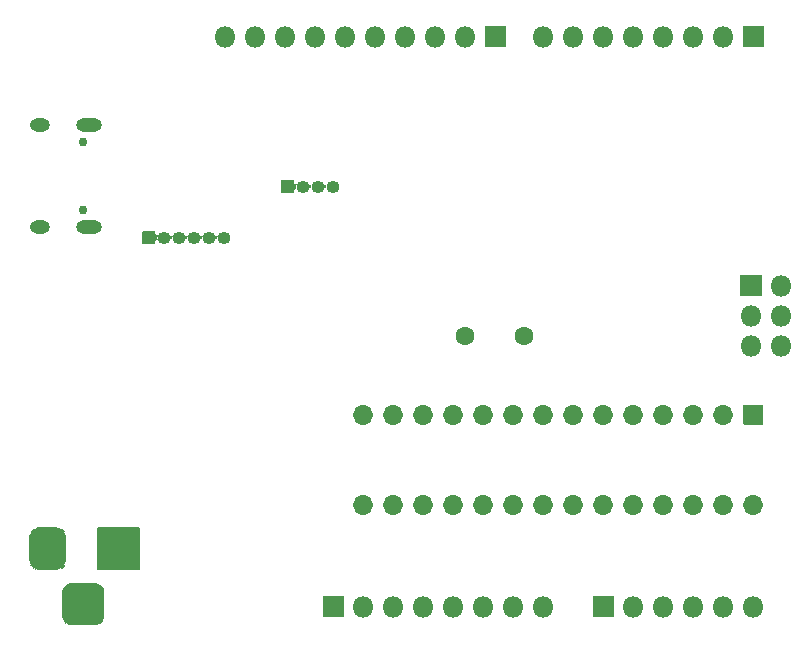
<source format=gbr>
G04 #@! TF.GenerationSoftware,KiCad,Pcbnew,(5.1.9)-1*
G04 #@! TF.CreationDate,2021-03-23T22:38:23+04:00*
G04 #@! TF.ProjectId,stormduino Rev2,73746f72-6d64-4756-996e-6f2052657632,rev?*
G04 #@! TF.SameCoordinates,Original*
G04 #@! TF.FileFunction,Soldermask,Bot*
G04 #@! TF.FilePolarity,Negative*
%FSLAX46Y46*%
G04 Gerber Fmt 4.6, Leading zero omitted, Abs format (unit mm)*
G04 Created by KiCad (PCBNEW (5.1.9)-1) date 2021-03-23 22:38:23*
%MOMM*%
%LPD*%
G01*
G04 APERTURE LIST*
%ADD10O,1.102000X1.102000*%
%ADD11C,1.602000*%
%ADD12O,2.202000X1.102000*%
%ADD13C,0.752000*%
%ADD14O,1.702000X1.102000*%
%ADD15O,1.802000X1.802000*%
%ADD16O,1.702000X1.702000*%
%ADD17C,0.100000*%
G04 APERTURE END LIST*
D10*
X128402080Y-65026540D03*
X127132080Y-65026540D03*
X125862080Y-65026540D03*
X124592080Y-65026540D03*
X123322080Y-65026540D03*
G36*
G01*
X122552080Y-65577540D02*
X121552080Y-65577540D01*
G75*
G02*
X121501080Y-65526540I0J51000D01*
G01*
X121501080Y-64526540D01*
G75*
G02*
X121552080Y-64475540I51000J0D01*
G01*
X122552080Y-64475540D01*
G75*
G02*
X122603080Y-64526540I0J-51000D01*
G01*
X122603080Y-65526540D01*
G75*
G02*
X122552080Y-65577540I-51000J0D01*
G01*
G37*
X137604500Y-60706000D03*
X136334500Y-60706000D03*
X135064500Y-60706000D03*
G36*
G01*
X134294500Y-61257000D02*
X133294500Y-61257000D01*
G75*
G02*
X133243500Y-61206000I0J51000D01*
G01*
X133243500Y-60206000D01*
G75*
G02*
X133294500Y-60155000I51000J0D01*
G01*
X134294500Y-60155000D01*
G75*
G02*
X134345500Y-60206000I0J-51000D01*
G01*
X134345500Y-61206000D01*
G75*
G02*
X134294500Y-61257000I-51000J0D01*
G01*
G37*
D11*
X153797000Y-73342500D03*
X148797000Y-73342500D03*
D12*
X116985500Y-64137000D03*
X116985500Y-55497000D03*
D13*
X116455500Y-56927000D03*
D14*
X112805500Y-55497000D03*
D13*
X116455500Y-62707000D03*
D14*
X112805500Y-64137000D03*
D15*
X175577500Y-74168000D03*
X173037500Y-74168000D03*
X175577500Y-71628000D03*
X173037500Y-71628000D03*
X175577500Y-69088000D03*
G36*
G01*
X172136500Y-69938000D02*
X172136500Y-68238000D01*
G75*
G02*
X172187500Y-68187000I51000J0D01*
G01*
X173887500Y-68187000D01*
G75*
G02*
X173938500Y-68238000I0J-51000D01*
G01*
X173938500Y-69938000D01*
G75*
G02*
X173887500Y-69989000I-51000J0D01*
G01*
X172187500Y-69989000D01*
G75*
G02*
X172136500Y-69938000I0J51000D01*
G01*
G37*
G36*
G01*
X172428000Y-79159000D02*
X174028000Y-79159000D01*
G75*
G02*
X174079000Y-79210000I0J-51000D01*
G01*
X174079000Y-80810000D01*
G75*
G02*
X174028000Y-80861000I-51000J0D01*
G01*
X172428000Y-80861000D01*
G75*
G02*
X172377000Y-80810000I0J51000D01*
G01*
X172377000Y-79210000D01*
G75*
G02*
X172428000Y-79159000I51000J0D01*
G01*
G37*
D16*
X140208000Y-87630000D03*
X170688000Y-80010000D03*
X142748000Y-87630000D03*
X168148000Y-80010000D03*
X145288000Y-87630000D03*
X165608000Y-80010000D03*
X147828000Y-87630000D03*
X163068000Y-80010000D03*
X150368000Y-87630000D03*
X160528000Y-80010000D03*
X152908000Y-87630000D03*
X157988000Y-80010000D03*
X155448000Y-87630000D03*
X155448000Y-80010000D03*
X157988000Y-87630000D03*
X152908000Y-80010000D03*
X160528000Y-87630000D03*
X150368000Y-80010000D03*
X163068000Y-87630000D03*
X147828000Y-80010000D03*
X165608000Y-87630000D03*
X145288000Y-80010000D03*
X168148000Y-87630000D03*
X142748000Y-80010000D03*
X170688000Y-87630000D03*
X140208000Y-80010000D03*
X173228000Y-87630000D03*
G36*
G01*
X114680600Y-96964300D02*
X114680600Y-95163300D01*
G75*
G02*
X115581100Y-94262800I900500J0D01*
G01*
X117382100Y-94262800D01*
G75*
G02*
X118282600Y-95163300I0J-900500D01*
G01*
X118282600Y-96964300D01*
G75*
G02*
X117382100Y-97864800I-900500J0D01*
G01*
X115581100Y-97864800D01*
G75*
G02*
X114680600Y-96964300I0J900500D01*
G01*
G37*
G36*
G01*
X111930600Y-92389300D02*
X111930600Y-90338300D01*
G75*
G02*
X112706100Y-89562800I775500J0D01*
G01*
X114257100Y-89562800D01*
G75*
G02*
X115032600Y-90338300I0J-775500D01*
G01*
X115032600Y-92389300D01*
G75*
G02*
X114257100Y-93164800I-775500J0D01*
G01*
X112706100Y-93164800D01*
G75*
G02*
X111930600Y-92389300I0J775500D01*
G01*
G37*
G36*
G01*
X117680600Y-93113800D02*
X117680600Y-89613800D01*
G75*
G02*
X117731600Y-89562800I51000J0D01*
G01*
X121231600Y-89562800D01*
G75*
G02*
X121282600Y-89613800I0J-51000D01*
G01*
X121282600Y-93113800D01*
G75*
G02*
X121231600Y-93164800I-51000J0D01*
G01*
X117731600Y-93164800D01*
G75*
G02*
X117680600Y-93113800I0J51000D01*
G01*
G37*
G36*
G01*
X138518000Y-97167000D02*
X136818000Y-97167000D01*
G75*
G02*
X136767000Y-97116000I0J51000D01*
G01*
X136767000Y-95416000D01*
G75*
G02*
X136818000Y-95365000I51000J0D01*
G01*
X138518000Y-95365000D01*
G75*
G02*
X138569000Y-95416000I0J-51000D01*
G01*
X138569000Y-97116000D01*
G75*
G02*
X138518000Y-97167000I-51000J0D01*
G01*
G37*
D15*
X140208000Y-96266000D03*
X142748000Y-96266000D03*
X145288000Y-96266000D03*
X147828000Y-96266000D03*
X150368000Y-96266000D03*
X152908000Y-96266000D03*
X155448000Y-96266000D03*
X128524000Y-48006000D03*
X131064000Y-48006000D03*
X133604000Y-48006000D03*
X136144000Y-48006000D03*
X138684000Y-48006000D03*
X141224000Y-48006000D03*
X143764000Y-48006000D03*
X146304000Y-48006000D03*
X148844000Y-48006000D03*
G36*
G01*
X150534000Y-47105000D02*
X152234000Y-47105000D01*
G75*
G02*
X152285000Y-47156000I0J-51000D01*
G01*
X152285000Y-48856000D01*
G75*
G02*
X152234000Y-48907000I-51000J0D01*
G01*
X150534000Y-48907000D01*
G75*
G02*
X150483000Y-48856000I0J51000D01*
G01*
X150483000Y-47156000D01*
G75*
G02*
X150534000Y-47105000I51000J0D01*
G01*
G37*
X155448000Y-48006000D03*
X157988000Y-48006000D03*
X160528000Y-48006000D03*
X163068000Y-48006000D03*
X165608000Y-48006000D03*
X168148000Y-48006000D03*
X170688000Y-48006000D03*
G36*
G01*
X172378000Y-47105000D02*
X174078000Y-47105000D01*
G75*
G02*
X174129000Y-47156000I0J-51000D01*
G01*
X174129000Y-48856000D01*
G75*
G02*
X174078000Y-48907000I-51000J0D01*
G01*
X172378000Y-48907000D01*
G75*
G02*
X172327000Y-48856000I0J51000D01*
G01*
X172327000Y-47156000D01*
G75*
G02*
X172378000Y-47105000I51000J0D01*
G01*
G37*
X173228000Y-96266000D03*
X170688000Y-96266000D03*
X168148000Y-96266000D03*
X165608000Y-96266000D03*
X163068000Y-96266000D03*
G36*
G01*
X161378000Y-97167000D02*
X159678000Y-97167000D01*
G75*
G02*
X159627000Y-97116000I0J51000D01*
G01*
X159627000Y-95416000D01*
G75*
G02*
X159678000Y-95365000I51000J0D01*
G01*
X161378000Y-95365000D01*
G75*
G02*
X161429000Y-95416000I0J-51000D01*
G01*
X161429000Y-97116000D01*
G75*
G02*
X161378000Y-97167000I-51000J0D01*
G01*
G37*
D17*
G36*
X118283765Y-96962674D02*
G01*
X118284600Y-96964300D01*
X118284600Y-97020660D01*
X118284590Y-97020856D01*
X118267895Y-97190362D01*
X118267819Y-97190747D01*
X118220165Y-97347841D01*
X118220015Y-97348203D01*
X118142633Y-97492974D01*
X118142415Y-97493300D01*
X118038274Y-97620197D01*
X118037997Y-97620474D01*
X117911100Y-97724615D01*
X117910774Y-97724833D01*
X117766003Y-97802215D01*
X117765641Y-97802365D01*
X117608547Y-97850019D01*
X117608162Y-97850095D01*
X117438656Y-97866790D01*
X117438460Y-97866800D01*
X117382100Y-97866800D01*
X117380368Y-97865800D01*
X117380368Y-97863800D01*
X117381904Y-97862810D01*
X117557384Y-97845527D01*
X117725937Y-97794397D01*
X117881275Y-97711367D01*
X118017429Y-97599629D01*
X118129167Y-97463475D01*
X118212197Y-97308137D01*
X118263327Y-97139584D01*
X118280610Y-96964104D01*
X118281775Y-96962478D01*
X118283765Y-96962674D01*
G37*
G36*
X114682590Y-96964104D02*
G01*
X114699873Y-97139584D01*
X114751003Y-97308137D01*
X114834033Y-97463475D01*
X114945771Y-97599629D01*
X115081925Y-97711367D01*
X115237263Y-97794397D01*
X115405816Y-97845527D01*
X115581296Y-97862810D01*
X115582922Y-97863975D01*
X115582726Y-97865965D01*
X115581100Y-97866800D01*
X115524740Y-97866800D01*
X115524544Y-97866790D01*
X115355038Y-97850095D01*
X115354653Y-97850019D01*
X115197559Y-97802365D01*
X115197197Y-97802215D01*
X115052426Y-97724833D01*
X115052100Y-97724615D01*
X114925203Y-97620474D01*
X114924926Y-97620197D01*
X114820785Y-97493300D01*
X114820567Y-97492974D01*
X114743185Y-97348203D01*
X114743035Y-97347841D01*
X114695381Y-97190747D01*
X114695305Y-97190362D01*
X114678610Y-97020856D01*
X114678600Y-97020660D01*
X114678600Y-96964300D01*
X114679600Y-96962568D01*
X114681600Y-96962568D01*
X114682590Y-96964104D01*
G37*
G36*
X115582832Y-94261800D02*
G01*
X115582832Y-94263800D01*
X115581296Y-94264790D01*
X115405816Y-94282073D01*
X115237263Y-94333203D01*
X115081925Y-94416233D01*
X114945771Y-94527971D01*
X114834033Y-94664125D01*
X114751003Y-94819463D01*
X114699873Y-94988016D01*
X114682590Y-95163496D01*
X114681425Y-95165122D01*
X114679435Y-95164926D01*
X114678600Y-95163300D01*
X114678600Y-95106940D01*
X114678610Y-95106744D01*
X114695305Y-94937238D01*
X114695381Y-94936853D01*
X114743035Y-94779759D01*
X114743185Y-94779397D01*
X114820567Y-94634626D01*
X114820785Y-94634300D01*
X114924926Y-94507403D01*
X114925203Y-94507126D01*
X115052100Y-94402985D01*
X115052426Y-94402767D01*
X115197197Y-94325385D01*
X115197559Y-94325235D01*
X115354653Y-94277581D01*
X115355038Y-94277505D01*
X115524544Y-94260810D01*
X115524740Y-94260800D01*
X115581100Y-94260800D01*
X115582832Y-94261800D01*
G37*
G36*
X117438656Y-94260810D02*
G01*
X117608162Y-94277505D01*
X117608547Y-94277581D01*
X117765641Y-94325235D01*
X117766003Y-94325385D01*
X117910774Y-94402767D01*
X117911100Y-94402985D01*
X118037997Y-94507126D01*
X118038274Y-94507403D01*
X118142415Y-94634300D01*
X118142633Y-94634626D01*
X118220015Y-94779397D01*
X118220165Y-94779759D01*
X118267819Y-94936853D01*
X118267895Y-94937238D01*
X118284590Y-95106744D01*
X118284600Y-95106940D01*
X118284600Y-95163300D01*
X118283600Y-95165032D01*
X118281600Y-95165032D01*
X118280610Y-95163496D01*
X118263327Y-94988016D01*
X118212197Y-94819463D01*
X118129167Y-94664125D01*
X118017429Y-94527971D01*
X117881275Y-94416233D01*
X117725937Y-94333203D01*
X117557384Y-94282073D01*
X117381904Y-94264790D01*
X117380278Y-94263625D01*
X117380474Y-94261635D01*
X117382100Y-94260800D01*
X117438460Y-94260800D01*
X117438656Y-94260810D01*
G37*
G36*
X111932590Y-92389104D02*
G01*
X111947471Y-92540198D01*
X111991488Y-92685302D01*
X112062966Y-92819029D01*
X112159160Y-92936240D01*
X112276371Y-93032434D01*
X112410098Y-93103912D01*
X112555202Y-93147929D01*
X112706296Y-93162810D01*
X112707922Y-93163975D01*
X112707726Y-93165965D01*
X112706100Y-93166800D01*
X112649740Y-93166800D01*
X112649544Y-93166790D01*
X112504425Y-93152497D01*
X112504040Y-93152421D01*
X112370394Y-93111880D01*
X112370032Y-93111730D01*
X112246873Y-93045900D01*
X112246547Y-93045682D01*
X112138591Y-92957086D01*
X112138314Y-92956809D01*
X112049718Y-92848853D01*
X112049500Y-92848527D01*
X111983670Y-92725368D01*
X111983520Y-92725006D01*
X111942979Y-92591360D01*
X111942903Y-92590975D01*
X111928610Y-92445856D01*
X111928600Y-92445660D01*
X111928600Y-92389300D01*
X111929600Y-92387568D01*
X111931600Y-92387568D01*
X111932590Y-92389104D01*
G37*
G36*
X115033765Y-92387674D02*
G01*
X115034600Y-92389300D01*
X115034600Y-92445660D01*
X115034590Y-92445856D01*
X115020297Y-92590975D01*
X115020221Y-92591360D01*
X114979680Y-92725006D01*
X114979530Y-92725368D01*
X114913700Y-92848527D01*
X114913482Y-92848853D01*
X114824886Y-92956809D01*
X114824609Y-92957086D01*
X114716653Y-93045682D01*
X114716327Y-93045900D01*
X114593168Y-93111730D01*
X114592806Y-93111880D01*
X114459160Y-93152421D01*
X114458775Y-93152497D01*
X114313656Y-93166790D01*
X114313460Y-93166800D01*
X114257100Y-93166800D01*
X114255368Y-93165800D01*
X114255368Y-93163800D01*
X114256904Y-93162810D01*
X114407998Y-93147929D01*
X114553102Y-93103912D01*
X114686829Y-93032434D01*
X114804040Y-92936240D01*
X114900234Y-92819029D01*
X114971712Y-92685302D01*
X115015729Y-92540198D01*
X115030610Y-92389104D01*
X115031775Y-92387478D01*
X115033765Y-92387674D01*
G37*
G36*
X112707832Y-89561800D02*
G01*
X112707832Y-89563800D01*
X112706296Y-89564790D01*
X112555202Y-89579671D01*
X112410098Y-89623688D01*
X112276371Y-89695166D01*
X112159160Y-89791360D01*
X112062966Y-89908571D01*
X111991488Y-90042298D01*
X111947471Y-90187402D01*
X111932590Y-90338496D01*
X111931425Y-90340122D01*
X111929435Y-90339926D01*
X111928600Y-90338300D01*
X111928600Y-90281940D01*
X111928610Y-90281744D01*
X111942903Y-90136625D01*
X111942979Y-90136240D01*
X111983520Y-90002594D01*
X111983670Y-90002232D01*
X112049500Y-89879073D01*
X112049718Y-89878747D01*
X112138314Y-89770791D01*
X112138591Y-89770514D01*
X112246547Y-89681918D01*
X112246873Y-89681700D01*
X112370032Y-89615870D01*
X112370394Y-89615720D01*
X112504040Y-89575179D01*
X112504425Y-89575103D01*
X112649544Y-89560810D01*
X112649740Y-89560800D01*
X112706100Y-89560800D01*
X112707832Y-89561800D01*
G37*
G36*
X114313656Y-89560810D02*
G01*
X114458775Y-89575103D01*
X114459160Y-89575179D01*
X114592806Y-89615720D01*
X114593168Y-89615870D01*
X114716327Y-89681700D01*
X114716653Y-89681918D01*
X114824609Y-89770514D01*
X114824886Y-89770791D01*
X114913482Y-89878747D01*
X114913700Y-89879073D01*
X114979530Y-90002232D01*
X114979680Y-90002594D01*
X115020221Y-90136240D01*
X115020297Y-90136625D01*
X115034590Y-90281744D01*
X115034600Y-90281940D01*
X115034600Y-90338300D01*
X115033600Y-90340032D01*
X115031600Y-90340032D01*
X115030610Y-90338496D01*
X115015729Y-90187402D01*
X114971712Y-90042298D01*
X114900234Y-89908571D01*
X114804040Y-89791360D01*
X114686829Y-89695166D01*
X114553102Y-89623688D01*
X114407998Y-89579671D01*
X114256904Y-89564790D01*
X114255278Y-89563625D01*
X114255474Y-89561635D01*
X114257100Y-89560800D01*
X114313460Y-89560800D01*
X114313656Y-89560810D01*
G37*
G36*
X122605070Y-64704422D02*
G01*
X122607452Y-64728609D01*
X122614452Y-64751684D01*
X122625817Y-64772948D01*
X122641112Y-64791585D01*
X122659749Y-64806880D01*
X122681013Y-64818245D01*
X122704088Y-64825245D01*
X122728079Y-64827608D01*
X122752070Y-64825245D01*
X122775145Y-64818245D01*
X122796409Y-64806880D01*
X122815046Y-64791585D01*
X122830404Y-64772870D01*
X122833296Y-64768542D01*
X122835090Y-64767657D01*
X122836753Y-64768768D01*
X122836807Y-64770418D01*
X122796730Y-64867175D01*
X122775733Y-64972732D01*
X122775733Y-65080348D01*
X122796730Y-65185905D01*
X122836807Y-65282662D01*
X122836546Y-65284645D01*
X122834698Y-65285410D01*
X122833296Y-65284538D01*
X122830404Y-65280210D01*
X122815045Y-65261495D01*
X122796408Y-65246200D01*
X122775145Y-65234835D01*
X122752070Y-65227835D01*
X122728078Y-65225472D01*
X122704087Y-65227835D01*
X122681012Y-65234835D01*
X122659749Y-65246200D01*
X122641112Y-65261496D01*
X122625817Y-65280133D01*
X122614452Y-65301396D01*
X122607452Y-65324471D01*
X122605070Y-65348658D01*
X122603905Y-65350284D01*
X122601915Y-65350088D01*
X122601080Y-65348462D01*
X122601080Y-64704618D01*
X122602080Y-64702886D01*
X122604080Y-64702886D01*
X122605070Y-64704422D01*
G37*
G36*
X124071367Y-64853796D02*
G01*
X124071517Y-64855617D01*
X124066730Y-64867175D01*
X124045733Y-64972732D01*
X124045733Y-65080348D01*
X124066730Y-65185905D01*
X124071517Y-65197463D01*
X124071256Y-65199446D01*
X124069408Y-65200211D01*
X124067905Y-65199171D01*
X124059342Y-65183149D01*
X124044047Y-65164512D01*
X124025410Y-65149217D01*
X124004146Y-65137852D01*
X123981071Y-65130852D01*
X123957080Y-65128489D01*
X123933089Y-65130852D01*
X123910014Y-65137852D01*
X123888750Y-65149217D01*
X123870113Y-65164512D01*
X123854818Y-65183149D01*
X123846255Y-65199171D01*
X123844556Y-65200227D01*
X123842793Y-65199284D01*
X123842643Y-65197463D01*
X123847430Y-65185905D01*
X123868427Y-65080348D01*
X123868427Y-64972732D01*
X123847430Y-64867175D01*
X123842643Y-64855617D01*
X123842904Y-64853634D01*
X123844752Y-64852869D01*
X123846255Y-64853909D01*
X123854818Y-64869931D01*
X123870113Y-64888568D01*
X123888750Y-64903863D01*
X123910014Y-64915228D01*
X123933089Y-64922228D01*
X123957080Y-64924591D01*
X123981071Y-64922228D01*
X124004146Y-64915228D01*
X124025410Y-64903863D01*
X124044047Y-64888568D01*
X124059342Y-64869931D01*
X124067905Y-64853909D01*
X124069604Y-64852853D01*
X124071367Y-64853796D01*
G37*
G36*
X127881367Y-64853796D02*
G01*
X127881517Y-64855617D01*
X127876730Y-64867175D01*
X127855733Y-64972732D01*
X127855733Y-65080348D01*
X127876730Y-65185905D01*
X127881517Y-65197463D01*
X127881256Y-65199446D01*
X127879408Y-65200211D01*
X127877905Y-65199171D01*
X127869342Y-65183149D01*
X127854047Y-65164512D01*
X127835410Y-65149217D01*
X127814146Y-65137852D01*
X127791071Y-65130852D01*
X127767080Y-65128489D01*
X127743089Y-65130852D01*
X127720014Y-65137852D01*
X127698750Y-65149217D01*
X127680113Y-65164512D01*
X127664818Y-65183149D01*
X127656255Y-65199171D01*
X127654556Y-65200227D01*
X127652793Y-65199284D01*
X127652643Y-65197463D01*
X127657430Y-65185905D01*
X127678427Y-65080348D01*
X127678427Y-64972732D01*
X127657430Y-64867175D01*
X127652643Y-64855617D01*
X127652904Y-64853634D01*
X127654752Y-64852869D01*
X127656255Y-64853909D01*
X127664818Y-64869931D01*
X127680113Y-64888568D01*
X127698750Y-64903863D01*
X127720014Y-64915228D01*
X127743089Y-64922228D01*
X127767080Y-64924591D01*
X127791071Y-64922228D01*
X127814146Y-64915228D01*
X127835410Y-64903863D01*
X127854047Y-64888568D01*
X127869342Y-64869931D01*
X127877905Y-64853909D01*
X127879604Y-64852853D01*
X127881367Y-64853796D01*
G37*
G36*
X125341367Y-64853796D02*
G01*
X125341517Y-64855617D01*
X125336730Y-64867175D01*
X125315733Y-64972732D01*
X125315733Y-65080348D01*
X125336730Y-65185905D01*
X125341517Y-65197463D01*
X125341256Y-65199446D01*
X125339408Y-65200211D01*
X125337905Y-65199171D01*
X125329342Y-65183149D01*
X125314047Y-65164512D01*
X125295410Y-65149217D01*
X125274146Y-65137852D01*
X125251071Y-65130852D01*
X125227080Y-65128489D01*
X125203089Y-65130852D01*
X125180014Y-65137852D01*
X125158750Y-65149217D01*
X125140113Y-65164512D01*
X125124818Y-65183149D01*
X125116255Y-65199171D01*
X125114556Y-65200227D01*
X125112793Y-65199284D01*
X125112643Y-65197463D01*
X125117430Y-65185905D01*
X125138427Y-65080348D01*
X125138427Y-64972732D01*
X125117430Y-64867175D01*
X125112643Y-64855617D01*
X125112904Y-64853634D01*
X125114752Y-64852869D01*
X125116255Y-64853909D01*
X125124818Y-64869931D01*
X125140113Y-64888568D01*
X125158750Y-64903863D01*
X125180014Y-64915228D01*
X125203089Y-64922228D01*
X125227080Y-64924591D01*
X125251071Y-64922228D01*
X125274146Y-64915228D01*
X125295410Y-64903863D01*
X125314047Y-64888568D01*
X125329342Y-64869931D01*
X125337905Y-64853909D01*
X125339604Y-64852853D01*
X125341367Y-64853796D01*
G37*
G36*
X126611367Y-64853796D02*
G01*
X126611517Y-64855617D01*
X126606730Y-64867175D01*
X126585733Y-64972732D01*
X126585733Y-65080348D01*
X126606730Y-65185905D01*
X126611517Y-65197463D01*
X126611256Y-65199446D01*
X126609408Y-65200211D01*
X126607905Y-65199171D01*
X126599342Y-65183149D01*
X126584047Y-65164512D01*
X126565410Y-65149217D01*
X126544146Y-65137852D01*
X126521071Y-65130852D01*
X126497080Y-65128489D01*
X126473089Y-65130852D01*
X126450014Y-65137852D01*
X126428750Y-65149217D01*
X126410113Y-65164512D01*
X126394818Y-65183149D01*
X126386255Y-65199171D01*
X126384556Y-65200227D01*
X126382793Y-65199284D01*
X126382643Y-65197463D01*
X126387430Y-65185905D01*
X126408427Y-65080348D01*
X126408427Y-64972732D01*
X126387430Y-64867175D01*
X126382643Y-64855617D01*
X126382904Y-64853634D01*
X126384752Y-64852869D01*
X126386255Y-64853909D01*
X126394818Y-64869931D01*
X126410113Y-64888568D01*
X126428750Y-64903863D01*
X126450014Y-64915228D01*
X126473089Y-64922228D01*
X126497080Y-64924591D01*
X126521071Y-64922228D01*
X126544146Y-64915228D01*
X126565410Y-64903863D01*
X126584047Y-64888568D01*
X126599342Y-64869931D01*
X126607905Y-64853909D01*
X126609604Y-64852853D01*
X126611367Y-64853796D01*
G37*
G36*
X134347490Y-60383882D02*
G01*
X134349872Y-60408069D01*
X134356872Y-60431144D01*
X134368237Y-60452408D01*
X134383532Y-60471045D01*
X134402169Y-60486340D01*
X134423433Y-60497705D01*
X134446508Y-60504705D01*
X134470499Y-60507068D01*
X134494490Y-60504705D01*
X134517565Y-60497705D01*
X134538829Y-60486340D01*
X134557466Y-60471045D01*
X134572824Y-60452330D01*
X134575716Y-60448002D01*
X134577510Y-60447117D01*
X134579173Y-60448228D01*
X134579227Y-60449878D01*
X134539150Y-60546635D01*
X134518153Y-60652192D01*
X134518153Y-60759808D01*
X134539150Y-60865365D01*
X134579227Y-60962122D01*
X134578966Y-60964105D01*
X134577118Y-60964870D01*
X134575716Y-60963998D01*
X134572824Y-60959670D01*
X134557465Y-60940955D01*
X134538828Y-60925660D01*
X134517565Y-60914295D01*
X134494490Y-60907295D01*
X134470498Y-60904932D01*
X134446507Y-60907295D01*
X134423432Y-60914295D01*
X134402169Y-60925660D01*
X134383532Y-60940956D01*
X134368237Y-60959593D01*
X134356872Y-60980856D01*
X134349872Y-61003931D01*
X134347490Y-61028118D01*
X134346325Y-61029744D01*
X134344335Y-61029548D01*
X134343500Y-61027922D01*
X134343500Y-60384078D01*
X134344500Y-60382346D01*
X134346500Y-60382346D01*
X134347490Y-60383882D01*
G37*
G36*
X137083787Y-60533256D02*
G01*
X137083937Y-60535077D01*
X137079150Y-60546635D01*
X137058153Y-60652192D01*
X137058153Y-60759808D01*
X137079150Y-60865365D01*
X137083937Y-60876923D01*
X137083676Y-60878906D01*
X137081828Y-60879671D01*
X137080325Y-60878631D01*
X137071762Y-60862609D01*
X137056467Y-60843972D01*
X137037830Y-60828677D01*
X137016566Y-60817312D01*
X136993491Y-60810312D01*
X136969500Y-60807949D01*
X136945509Y-60810312D01*
X136922434Y-60817312D01*
X136901170Y-60828677D01*
X136882533Y-60843972D01*
X136867238Y-60862609D01*
X136858675Y-60878631D01*
X136856976Y-60879687D01*
X136855213Y-60878744D01*
X136855063Y-60876923D01*
X136859850Y-60865365D01*
X136880847Y-60759808D01*
X136880847Y-60652192D01*
X136859850Y-60546635D01*
X136855063Y-60535077D01*
X136855324Y-60533094D01*
X136857172Y-60532329D01*
X136858675Y-60533369D01*
X136867238Y-60549391D01*
X136882533Y-60568028D01*
X136901170Y-60583323D01*
X136922434Y-60594688D01*
X136945509Y-60601688D01*
X136969500Y-60604051D01*
X136993491Y-60601688D01*
X137016566Y-60594688D01*
X137037830Y-60583323D01*
X137056467Y-60568028D01*
X137071762Y-60549391D01*
X137080325Y-60533369D01*
X137082024Y-60532313D01*
X137083787Y-60533256D01*
G37*
G36*
X135813787Y-60533256D02*
G01*
X135813937Y-60535077D01*
X135809150Y-60546635D01*
X135788153Y-60652192D01*
X135788153Y-60759808D01*
X135809150Y-60865365D01*
X135813937Y-60876923D01*
X135813676Y-60878906D01*
X135811828Y-60879671D01*
X135810325Y-60878631D01*
X135801762Y-60862609D01*
X135786467Y-60843972D01*
X135767830Y-60828677D01*
X135746566Y-60817312D01*
X135723491Y-60810312D01*
X135699500Y-60807949D01*
X135675509Y-60810312D01*
X135652434Y-60817312D01*
X135631170Y-60828677D01*
X135612533Y-60843972D01*
X135597238Y-60862609D01*
X135588675Y-60878631D01*
X135586976Y-60879687D01*
X135585213Y-60878744D01*
X135585063Y-60876923D01*
X135589850Y-60865365D01*
X135610847Y-60759808D01*
X135610847Y-60652192D01*
X135589850Y-60546635D01*
X135585063Y-60535077D01*
X135585324Y-60533094D01*
X135587172Y-60532329D01*
X135588675Y-60533369D01*
X135597238Y-60549391D01*
X135612533Y-60568028D01*
X135631170Y-60583323D01*
X135652434Y-60594688D01*
X135675509Y-60601688D01*
X135699500Y-60604051D01*
X135723491Y-60601688D01*
X135746566Y-60594688D01*
X135767830Y-60583323D01*
X135786467Y-60568028D01*
X135801762Y-60549391D01*
X135810325Y-60533369D01*
X135812024Y-60532313D01*
X135813787Y-60533256D01*
G37*
M02*

</source>
